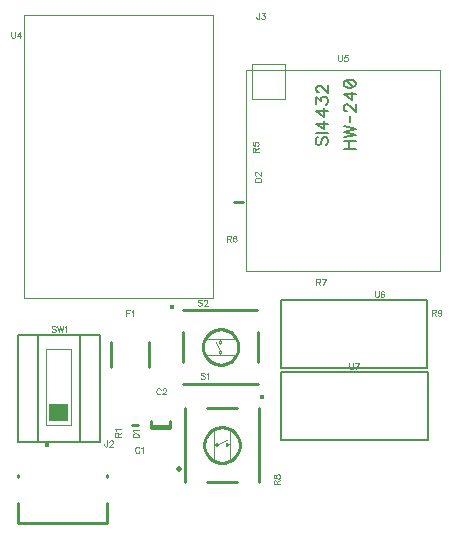
<source format=gto>
G04 DipTrace 3.0.0.1*
G04 ESP-12E_BASE_V2.2-2.gto*
%MOMM*%
G04 #@! TF.FileFunction,Legend,Top*
G04 #@! TF.Part,Single*
%ADD10C,0.25*%
%ADD17O,0.50012X0.5*%
%ADD33C,0.4005*%
%ADD42C,0.1*%
%ADD43O,0.40028X0.39936*%
%ADD45O,0.39936X0.40028*%
%ADD46C,0.15*%
%ADD52C,0.01*%
%ADD56C,0.2*%
%ADD124C,0.07843*%
%ADD125C,0.15686*%
%FSLAX35Y35*%
G04*
G71*
G90*
G75*
G01*
G04 TopSilk*
%LPD*%
D17*
X2518794Y1326800D3*
X2444720Y1686800D2*
D10*
X2284880D1*
X2444720Y1667880D2*
X2284880D1*
X2444720D2*
Y1727720D1*
X2284880Y1667880D2*
Y1727720D1*
X2170790Y1695893D2*
X2120810D1*
X3062800Y3580800D2*
X2982800D1*
X2261784Y2186800D2*
Y2396800D1*
X1941816Y2186800D2*
Y2396800D1*
D33*
X1401795Y1528274D3*
X1151820Y1275280D2*
D10*
Y1251276D1*
Y1033268D2*
Y868300D1*
X1911780D1*
Y1033268D1*
Y1275280D2*
Y1251276D1*
X2732770Y1525800D2*
X2733135Y1536260D1*
X2734230Y1546669D1*
X2736048Y1556977D1*
X2738581Y1567132D1*
X2741817Y1577087D1*
X2745740Y1586791D1*
X2750330Y1596198D1*
X2755566Y1605262D1*
X2761421Y1613940D1*
X2767868Y1622187D1*
X2774874Y1629965D1*
X2782407Y1637236D1*
X2790428Y1643964D1*
X2798899Y1650116D1*
X2807779Y1655662D1*
X2817025Y1660576D1*
X2826591Y1664833D1*
X2836430Y1668413D1*
X2846496Y1671298D1*
X2856738Y1673474D1*
X2867108Y1674931D1*
X2877553Y1675661D1*
X2888024D1*
X2898470Y1674931D1*
X2908839Y1673474D1*
X2919082Y1671298D1*
X2929147Y1668413D1*
X2938987Y1664833D1*
X2948553Y1660576D1*
X2957798Y1655662D1*
X2966678Y1650116D1*
X2975150Y1643964D1*
X2983171Y1637236D1*
X2990703Y1629965D1*
X2997710Y1622187D1*
X3004156Y1613940D1*
X3010012Y1605262D1*
X3015247Y1596198D1*
X3019838Y1586791D1*
X3023760Y1577087D1*
X3026996Y1567132D1*
X3029529Y1556977D1*
X3031348Y1546669D1*
X3032442Y1536260D1*
X3032807Y1525800D1*
X3032442Y1515340D1*
X3031348Y1504931D1*
X3029529Y1494623D1*
X3026996Y1484468D1*
X3023760Y1474513D1*
X3019838Y1464809D1*
X3015247Y1455402D1*
X3010012Y1446338D1*
X3004156Y1437660D1*
X2997710Y1429413D1*
X2990703Y1421635D1*
X2983171Y1414364D1*
X2975150Y1407636D1*
X2966678Y1401484D1*
X2957798Y1395938D1*
X2948553Y1391024D1*
X2938987Y1386767D1*
X2929147Y1383187D1*
X2919082Y1380302D1*
X2908839Y1378126D1*
X2898470Y1376669D1*
X2888024Y1375939D1*
X2877553D1*
X2867108Y1376669D1*
X2856738Y1378126D1*
X2846496Y1380302D1*
X2836430Y1383187D1*
X2826591Y1386767D1*
X2817025Y1391024D1*
X2807779Y1395938D1*
X2798899Y1401484D1*
X2790428Y1407636D1*
X2782407Y1414364D1*
X2774874Y1421635D1*
X2767868Y1429413D1*
X2761421Y1437660D1*
X2755566Y1446338D1*
X2750330Y1455402D1*
X2745740Y1464809D1*
X2741817Y1474513D1*
X2738581Y1484468D1*
X2736048Y1494623D1*
X2734230Y1504931D1*
X2733135Y1515340D1*
X2732770Y1525800D1*
X3197778Y1840776D2*
Y1215816D1*
X3012760Y1210824D2*
X2752817D1*
X2567800D2*
Y1840776D1*
X2752817D2*
X3012760D1*
X2812758Y1650792D2*
D42*
Y1410792D1*
X2952888Y1650792D2*
Y1410792D1*
X2812758Y1530792D2*
X2827810D1*
X2952888D2*
X2937767D1*
X2827810D2*
X2827834Y1531488D1*
X2827908Y1532182D1*
X2828029Y1532868D1*
X2828198Y1533544D1*
X2828415Y1534207D1*
X2828677Y1534853D1*
X2828983Y1535479D1*
X2829333Y1536083D1*
X2829724Y1536660D1*
X2830155Y1537210D1*
X2830623Y1537727D1*
X2831127Y1538212D1*
X2831663Y1538659D1*
X2832229Y1539069D1*
X2832822Y1539438D1*
X2833440Y1539766D1*
X2834079Y1540049D1*
X2834736Y1540287D1*
X2835409Y1540479D1*
X2836093Y1540624D1*
X2836786Y1540721D1*
X2837484Y1540770D1*
X2838184D1*
X2838882Y1540721D1*
X2839574Y1540624D1*
X2840259Y1540479D1*
X2840931Y1540287D1*
X2841589Y1540049D1*
X2842228Y1539766D1*
X2842846Y1539438D1*
X2843439Y1539069D1*
X2844005Y1538659D1*
X2844541Y1538212D1*
X2845044Y1537727D1*
X2845512Y1537210D1*
X2845943Y1536660D1*
X2846334Y1536083D1*
X2846684Y1535479D1*
X2846991Y1534853D1*
X2847253Y1534207D1*
X2847469Y1533544D1*
X2847638Y1532868D1*
X2847760Y1532182D1*
X2847833Y1531488D1*
X2847858Y1530792D1*
X2847833Y1530096D1*
X2847760Y1529402D1*
X2847638Y1528716D1*
X2847469Y1528040D1*
X2847253Y1527377D1*
X2846991Y1526731D1*
X2846684Y1526105D1*
X2846334Y1525501D1*
X2845943Y1524924D1*
X2845512Y1524374D1*
X2845044Y1523857D1*
X2844541Y1523372D1*
X2844005Y1522925D1*
X2843439Y1522515D1*
X2842846Y1522146D1*
X2842228Y1521818D1*
X2841589Y1521535D1*
X2840931Y1521297D1*
X2840259Y1521105D1*
X2839574Y1520960D1*
X2838882Y1520863D1*
X2838184Y1520814D1*
X2837484D1*
X2836786Y1520863D1*
X2836093Y1520960D1*
X2835409Y1521105D1*
X2834736Y1521297D1*
X2834079Y1521535D1*
X2833440Y1521818D1*
X2832822Y1522146D1*
X2832229Y1522515D1*
X2831663Y1522925D1*
X2831127Y1523372D1*
X2830623Y1523857D1*
X2830155Y1524374D1*
X2829724Y1524924D1*
X2829333Y1525501D1*
X2828983Y1526105D1*
X2828677Y1526731D1*
X2828415Y1527377D1*
X2828198Y1528040D1*
X2828029Y1528716D1*
X2827908Y1529402D1*
X2827834Y1530096D1*
X2827810Y1530792D1*
X2912725D2*
X2912749Y1531488D1*
X2912823Y1532182D1*
X2912945Y1532868D1*
X2913115Y1533544D1*
X2913332Y1534207D1*
X2913595Y1534853D1*
X2913902Y1535479D1*
X2914253Y1536083D1*
X2914646Y1536660D1*
X2915078Y1537210D1*
X2915548Y1537727D1*
X2916053Y1538212D1*
X2916590Y1538659D1*
X2917158Y1539069D1*
X2917754Y1539438D1*
X2918374Y1539766D1*
X2919015Y1540049D1*
X2919675Y1540287D1*
X2920349Y1540479D1*
X2921036Y1540624D1*
X2921731Y1540721D1*
X2922431Y1540770D1*
X2923134D1*
X2923834Y1540721D1*
X2924529Y1540624D1*
X2925216Y1540479D1*
X2925890Y1540287D1*
X2926550Y1540049D1*
X2927191Y1539766D1*
X2927811Y1539438D1*
X2928407Y1539069D1*
X2928975Y1538659D1*
X2929512Y1538212D1*
X2930017Y1537727D1*
X2930487Y1537210D1*
X2930919Y1536660D1*
X2931312Y1536083D1*
X2931663Y1535479D1*
X2931970Y1534853D1*
X2932233Y1534207D1*
X2932450Y1533544D1*
X2932620Y1532868D1*
X2932742Y1532182D1*
X2932816Y1531488D1*
X2932840Y1530792D1*
X2932816Y1530096D1*
X2932742Y1529402D1*
X2932620Y1528716D1*
X2932450Y1528040D1*
X2932233Y1527377D1*
X2931970Y1526731D1*
X2931663Y1526105D1*
X2931312Y1525501D1*
X2930919Y1524924D1*
X2930487Y1524374D1*
X2930017Y1523857D1*
X2929512Y1523372D1*
X2928975Y1522925D1*
X2928407Y1522515D1*
X2927811Y1522146D1*
X2927191Y1521818D1*
X2926550Y1521535D1*
X2925890Y1521297D1*
X2925216Y1521105D1*
X2924529Y1520960D1*
X2923834Y1520863D1*
X2923134Y1520814D1*
X2922431D1*
X2921731Y1520863D1*
X2921036Y1520960D1*
X2920349Y1521105D1*
X2919675Y1521297D1*
X2919015Y1521535D1*
X2918374Y1521818D1*
X2917754Y1522146D1*
X2917158Y1522515D1*
X2916590Y1522925D1*
X2916053Y1523372D1*
X2915548Y1523857D1*
X2915078Y1524374D1*
X2914646Y1524924D1*
X2914253Y1525501D1*
X2913902Y1526105D1*
X2913595Y1526731D1*
X2913332Y1527377D1*
X2913115Y1528040D1*
X2912945Y1528716D1*
X2912823Y1529402D1*
X2912749Y1530096D1*
X2912725Y1530792D1*
X2847858D2*
X2927777Y1565832D1*
D43*
X3222786Y1935816D3*
X2721848Y2355789D2*
D10*
X2722213Y2366254D1*
X2723307Y2376667D1*
X2725125Y2386979D1*
X2727657Y2397140D1*
X2730891Y2407098D1*
X2734812Y2416807D1*
X2739400Y2426218D1*
X2744633Y2435287D1*
X2750486Y2443968D1*
X2756930Y2452219D1*
X2763934Y2460001D1*
X2771463Y2467274D1*
X2779480Y2474005D1*
X2787948Y2480160D1*
X2796824Y2485709D1*
X2806065Y2490625D1*
X2815627Y2494884D1*
X2825462Y2498465D1*
X2835523Y2501351D1*
X2845761Y2503528D1*
X2856126Y2504986D1*
X2866567Y2505716D1*
X2877033D1*
X2887474Y2504986D1*
X2897839Y2503528D1*
X2908077Y2501351D1*
X2918138Y2498465D1*
X2927973Y2494884D1*
X2937535Y2490625D1*
X2946776Y2485709D1*
X2955652Y2480160D1*
X2964120Y2474005D1*
X2972137Y2467274D1*
X2979666Y2460001D1*
X2986670Y2452219D1*
X2993114Y2443968D1*
X2998967Y2435287D1*
X3004200Y2426218D1*
X3008788Y2416807D1*
X3012709Y2407098D1*
X3015943Y2397140D1*
X3018475Y2386979D1*
X3020293Y2376667D1*
X3021387Y2366254D1*
X3021752Y2355789D1*
X3021387Y2345324D1*
X3020293Y2334910D1*
X3018475Y2324598D1*
X3015943Y2314438D1*
X3012709Y2304479D1*
X3008788Y2294771D1*
X3004200Y2285359D1*
X2998967Y2276291D1*
X2993114Y2267610D1*
X2986670Y2259359D1*
X2979666Y2251577D1*
X2972137Y2244303D1*
X2964120Y2237572D1*
X2955652Y2231418D1*
X2946776Y2225869D1*
X2937535Y2220953D1*
X2927973Y2216694D1*
X2918138Y2213112D1*
X2908077Y2210226D1*
X2897839Y2208049D1*
X2887474Y2206592D1*
X2877033Y2205861D1*
X2866567D1*
X2856126Y2206592D1*
X2845761Y2208049D1*
X2835523Y2210226D1*
X2825462Y2213112D1*
X2815627Y2216694D1*
X2806065Y2220953D1*
X2796824Y2225869D1*
X2787948Y2231418D1*
X2779480Y2237572D1*
X2771463Y2244303D1*
X2763934Y2251577D1*
X2756930Y2259359D1*
X2750486Y2267610D1*
X2744633Y2276291D1*
X2739400Y2285359D1*
X2734812Y2294771D1*
X2730891Y2304479D1*
X2727657Y2314438D1*
X2725125Y2324598D1*
X2723307Y2334910D1*
X2722213Y2345324D1*
X2721848Y2355789D1*
X2556824Y2670778D2*
X3181784D1*
X3186776Y2485760D2*
Y2225817D1*
Y2040800D2*
X2556824D1*
Y2225817D2*
Y2485760D1*
X2746808Y2285758D2*
D42*
X2986808D1*
X2746808Y2425888D2*
X2986808D1*
X2866808Y2285758D2*
Y2300810D1*
Y2425888D2*
Y2410767D1*
X2856824Y2310834D2*
X2856848Y2311533D1*
X2856921Y2312229D1*
X2857042Y2312918D1*
X2857211Y2313597D1*
X2857426Y2314262D1*
X2857687Y2314911D1*
X2857993Y2315540D1*
X2858341Y2316146D1*
X2858731Y2316726D1*
X2859160Y2317277D1*
X2859626Y2317797D1*
X2860127Y2318283D1*
X2860661Y2318733D1*
X2861225Y2319144D1*
X2861816Y2319515D1*
X2862431Y2319843D1*
X2863068Y2320128D1*
X2863723Y2320367D1*
X2864393Y2320560D1*
X2865074Y2320705D1*
X2865764Y2320803D1*
X2866460Y2320851D1*
X2867156D1*
X2867852Y2320803D1*
X2868542Y2320705D1*
X2869223Y2320560D1*
X2869893Y2320367D1*
X2870548Y2320128D1*
X2871185Y2319843D1*
X2871800Y2319515D1*
X2872391Y2319144D1*
X2872955Y2318733D1*
X2873489Y2318283D1*
X2873990Y2317797D1*
X2874456Y2317277D1*
X2874885Y2316726D1*
X2875275Y2316146D1*
X2875623Y2315540D1*
X2875929Y2314911D1*
X2876190Y2314262D1*
X2876405Y2313597D1*
X2876574Y2312918D1*
X2876695Y2312229D1*
X2876768Y2311533D1*
X2876792Y2310834D1*
X2876768Y2310135D1*
X2876695Y2309439D1*
X2876574Y2308750D1*
X2876405Y2308071D1*
X2876190Y2307405D1*
X2875929Y2306757D1*
X2875623Y2306128D1*
X2875275Y2305522D1*
X2874885Y2304942D1*
X2874456Y2304391D1*
X2873990Y2303871D1*
X2873489Y2303385D1*
X2872955Y2302935D1*
X2872391Y2302524D1*
X2871800Y2302153D1*
X2871185Y2301824D1*
X2870548Y2301540D1*
X2869893Y2301301D1*
X2869223Y2301108D1*
X2868542Y2300962D1*
X2867852Y2300865D1*
X2867156Y2300816D1*
X2866460D1*
X2865764Y2300865D1*
X2865074Y2300962D1*
X2864393Y2301108D1*
X2863723Y2301301D1*
X2863068Y2301540D1*
X2862431Y2301824D1*
X2861816Y2302153D1*
X2861225Y2302524D1*
X2860661Y2302935D1*
X2860127Y2303385D1*
X2859626Y2303871D1*
X2859160Y2304391D1*
X2858731Y2304942D1*
X2858341Y2305522D1*
X2857993Y2306128D1*
X2857687Y2306757D1*
X2857426Y2307405D1*
X2857211Y2308071D1*
X2857042Y2308750D1*
X2856921Y2309439D1*
X2856848Y2310135D1*
X2856824Y2310834D1*
Y2395782D2*
X2856848Y2396484D1*
X2856921Y2397182D1*
X2857042Y2397874D1*
X2857211Y2398555D1*
X2857426Y2399222D1*
X2857687Y2399873D1*
X2857993Y2400504D1*
X2858341Y2401112D1*
X2858731Y2401694D1*
X2859160Y2402247D1*
X2859626Y2402769D1*
X2860127Y2403257D1*
X2860661Y2403708D1*
X2861225Y2404121D1*
X2861816Y2404493D1*
X2862431Y2404822D1*
X2863068Y2405108D1*
X2863723Y2405348D1*
X2864393Y2405541D1*
X2865074Y2405687D1*
X2865764Y2405785D1*
X2866460Y2405834D1*
X2867156D1*
X2867852Y2405785D1*
X2868542Y2405687D1*
X2869223Y2405541D1*
X2869893Y2405348D1*
X2870548Y2405108D1*
X2871185Y2404822D1*
X2871800Y2404493D1*
X2872391Y2404121D1*
X2872955Y2403708D1*
X2873489Y2403257D1*
X2873990Y2402769D1*
X2874456Y2402247D1*
X2874885Y2401694D1*
X2875275Y2401112D1*
X2875623Y2400504D1*
X2875929Y2399873D1*
X2876190Y2399222D1*
X2876405Y2398555D1*
X2876574Y2397874D1*
X2876695Y2397182D1*
X2876768Y2396484D1*
X2876792Y2395782D1*
X2876768Y2395081D1*
X2876695Y2394383D1*
X2876574Y2393691D1*
X2876405Y2393010D1*
X2876190Y2392343D1*
X2875929Y2391692D1*
X2875623Y2391061D1*
X2875275Y2390453D1*
X2874885Y2389871D1*
X2874456Y2389318D1*
X2873990Y2388796D1*
X2873489Y2388308D1*
X2872955Y2387857D1*
X2872391Y2387444D1*
X2871800Y2387072D1*
X2871185Y2386743D1*
X2870548Y2386457D1*
X2869893Y2386217D1*
X2869223Y2386024D1*
X2868542Y2385878D1*
X2867852Y2385780D1*
X2867156Y2385731D1*
X2866460D1*
X2865764Y2385780D1*
X2865074Y2385878D1*
X2864393Y2386024D1*
X2863723Y2386217D1*
X2863068Y2386457D1*
X2862431Y2386743D1*
X2861816Y2387072D1*
X2861225Y2387444D1*
X2860661Y2387857D1*
X2860127Y2388308D1*
X2859626Y2388796D1*
X2859160Y2389318D1*
X2858731Y2389871D1*
X2858341Y2390453D1*
X2857993Y2391061D1*
X2857687Y2391692D1*
X2857426Y2392343D1*
X2857211Y2393010D1*
X2857042Y2393691D1*
X2856921Y2394383D1*
X2856848Y2395081D1*
X2856824Y2395782D1*
X2866808Y2320858D2*
X2831768Y2400777D1*
D45*
X2461784Y2695786D3*
X1848264Y1551800D2*
D46*
X1158336D1*
Y2456804D1*
X1848264D1*
Y1551800D1*
X1680304Y1554796D2*
X1325308D1*
Y2459800D1*
X1680304D1*
Y1554796D1*
X1607268Y1695809D2*
D42*
X1391276D1*
Y2340761D1*
X1607268D1*
Y1695809D1*
G36*
X1578312Y1730767D2*
X1417268D1*
Y1870780D1*
X1578312D1*
Y1730767D1*
G37*
X1210880Y5169800D2*
D52*
X2810720D1*
Y2769824D1*
X1210880D1*
Y5169800D1*
X3084800Y3000781D2*
D42*
X4732800D1*
Y4700851D1*
X3084800D1*
Y3000781D1*
X3136877Y4459770D2*
X3414730D1*
Y4752800D1*
X3136877D1*
Y4459770D1*
X4621300Y2174810D2*
D56*
X3381300D1*
Y2749810D1*
X4621300D1*
Y2174810D1*
X4623300Y1568810D2*
X3383300D1*
Y2143810D1*
X4623300D1*
Y1568810D1*
X2183586Y1498565D2*
D124*
X2181171Y1503395D1*
X2176286Y1508280D1*
X2171457Y1510695D1*
X2161742D1*
X2156857Y1508280D1*
X2152028Y1503395D1*
X2149557Y1498565D1*
X2147142Y1491265D1*
Y1479080D1*
X2149557Y1471836D1*
X2152028Y1466951D1*
X2156857Y1462122D1*
X2161742Y1459651D1*
X2171457D1*
X2176286Y1462122D1*
X2181171Y1466951D1*
X2183586Y1471836D1*
X2199272Y1500924D2*
X2204158Y1503395D1*
X2211458Y1510638D1*
Y1459651D1*
X2363164Y1993065D2*
X2360750Y1997895D1*
X2355864Y2002780D1*
X2351035Y2005195D1*
X2341320D1*
X2336435Y2002780D1*
X2331606Y1997895D1*
X2329135Y1993065D1*
X2326720Y1985765D1*
Y1973580D1*
X2329135Y1966336D1*
X2331606Y1961451D1*
X2336435Y1956622D1*
X2341320Y1954151D1*
X2351035D1*
X2355864Y1956622D1*
X2360750Y1961451D1*
X2363164Y1966336D1*
X2381321Y1993009D2*
Y1995424D1*
X2383736Y2000309D1*
X2386150Y2002724D1*
X2391036Y2005138D1*
X2400750D1*
X2405580Y2002724D1*
X2407994Y2000309D1*
X2410465Y1995424D1*
Y1990595D1*
X2407994Y1985709D1*
X2403165Y1978465D1*
X2378850Y1954151D1*
X2412880D1*
X2125405Y1589897D2*
X2176449D1*
Y1606911D1*
X2173979Y1614211D1*
X2169149Y1619096D1*
X2164264Y1621511D1*
X2157020Y1623926D1*
X2144835D1*
X2137535Y1621511D1*
X2132705Y1619096D1*
X2127820Y1614211D1*
X2125405Y1606911D1*
Y1589897D1*
X2135176Y1639612D2*
X2132706Y1644497D1*
X2125462Y1651797D1*
X2176449D1*
X3161405Y3754928D2*
X3212449D1*
Y3771942D1*
X3209979Y3779242D1*
X3205149Y3784128D1*
X3200264Y3786542D1*
X3193020Y3788957D1*
X3180835D1*
X3173535Y3786543D1*
X3168705Y3784128D1*
X3163820Y3779243D1*
X3161405Y3771943D1*
Y3754928D1*
X3173591Y3807114D2*
X3171176D1*
X3166291Y3809529D1*
X3163876Y3811943D1*
X3161462Y3816829D1*
Y3826543D1*
X3163876Y3831373D1*
X3166291Y3833787D1*
X3171176Y3836258D1*
X3176006D1*
X3180891Y3833787D1*
X3188135Y3828958D1*
X3212449Y3804643D1*
Y3838672D1*
X2103671Y2666195D2*
X2072057D1*
Y2615151D1*
Y2641880D2*
X2091486D1*
X2119358Y2656424D2*
X2124243Y2658895D1*
X2131543Y2666138D1*
Y2615151D1*
X1912100Y1564695D2*
Y1525836D1*
X1909685Y1518536D1*
X1907214Y1516122D1*
X1902385Y1513651D1*
X1897500D1*
X1892670Y1516122D1*
X1890256Y1518536D1*
X1887785Y1525836D1*
Y1530665D1*
X1930257Y1552509D2*
Y1554924D1*
X1932671Y1559809D1*
X1935086Y1562224D1*
X1939971Y1564638D1*
X1949686D1*
X1954515Y1562224D1*
X1956930Y1559809D1*
X1959400Y1554924D1*
Y1550095D1*
X1956930Y1545209D1*
X1952100Y1537965D1*
X1927786Y1513651D1*
X1961815D1*
X3197100Y5183695D2*
Y5144836D1*
X3194685Y5137536D1*
X3192214Y5135122D1*
X3187385Y5132651D1*
X3182500D1*
X3177670Y5135122D1*
X3175256Y5137536D1*
X3172785Y5144836D1*
Y5149665D1*
X3217671Y5183638D2*
X3244344D1*
X3229800Y5164209D1*
X3237100D1*
X3241930Y5161795D1*
X3244344Y5159380D1*
X3246815Y5152080D1*
Y5147251D1*
X3244344Y5139951D1*
X3239515Y5135065D1*
X3232215Y5132651D1*
X3224915D1*
X3217671Y5135065D1*
X3215257Y5137536D1*
X3212786Y5142365D1*
X2002720Y1595850D2*
Y1617694D1*
X2000249Y1624994D1*
X1997835Y1627464D1*
X1993006Y1629879D1*
X1988120D1*
X1983291Y1627464D1*
X1980820Y1624994D1*
X1978405Y1617694D1*
Y1595850D1*
X2029449D1*
X2002720Y1612864D2*
X2029449Y1629879D1*
X1988176Y1645565D2*
X1985706Y1650451D1*
X1978462Y1657751D1*
X2029449Y1657750D1*
X3165720Y4009928D2*
Y4031772D1*
X3163249Y4039072D1*
X3160835Y4041542D1*
X3156006Y4043957D1*
X3151120D1*
X3146291Y4041543D1*
X3143820Y4039072D1*
X3141405Y4031772D1*
Y4009928D1*
X3192449D1*
X3165720Y4026943D2*
X3192449Y4043957D1*
X3141462Y4088787D2*
Y4064529D1*
X3163306Y4062114D1*
X3160891Y4064529D1*
X3158420Y4071829D1*
Y4079072D1*
X3160891Y4086372D1*
X3165720Y4091258D1*
X3173020Y4093672D1*
X3177849D1*
X3185149Y4091258D1*
X3190035Y4086372D1*
X3192449Y4079072D1*
Y4071829D1*
X3190035Y4064529D1*
X3187564Y4062114D1*
X3182735Y4059643D1*
X2926163Y3273880D2*
X2948007D1*
X2955307Y3276351D1*
X2957778Y3278765D1*
X2960192Y3283595D1*
Y3288480D1*
X2957778Y3293309D1*
X2955307Y3295780D1*
X2948007Y3298195D1*
X2926163D1*
Y3247151D1*
X2943178Y3273880D2*
X2960192Y3247151D1*
X3005022Y3290895D2*
X3002608Y3295724D1*
X2995308Y3298138D1*
X2990479D1*
X2983179Y3295724D1*
X2978293Y3288424D1*
X2975879Y3276295D1*
Y3264165D1*
X2978293Y3254451D1*
X2983179Y3249565D1*
X2990479Y3247151D1*
X2992893D1*
X3000137Y3249565D1*
X3005022Y3254451D1*
X3007437Y3261751D1*
Y3264165D1*
X3005022Y3271465D1*
X3000137Y3276295D1*
X2992893Y3278709D1*
X2990479D1*
X2983179Y3276295D1*
X2978293Y3271465D1*
X2975879Y3264165D1*
X3680928Y2906880D2*
X3702771D1*
X3710071Y2909351D1*
X3712542Y2911765D1*
X3714957Y2916595D1*
Y2921480D1*
X3712542Y2926309D1*
X3710071Y2928780D1*
X3702771Y2931195D1*
X3680928D1*
Y2880151D1*
X3697942Y2906880D2*
X3714957Y2880151D1*
X3740358D2*
X3764672Y2931138D1*
X3730643D1*
X3345720Y1192956D2*
Y1214800D1*
X3343249Y1222100D1*
X3340835Y1224571D1*
X3336006Y1226985D1*
X3331120D1*
X3326291Y1224571D1*
X3323820Y1222100D1*
X3321405Y1214800D1*
Y1192956D1*
X3372449D1*
X3345720Y1209971D2*
X3372449Y1226985D1*
X3321462Y1254801D2*
X3323876Y1247557D1*
X3328706Y1245086D1*
X3333591D1*
X3338420Y1247557D1*
X3340891Y1252386D1*
X3343306Y1262101D1*
X3345720Y1269401D1*
X3350605Y1274230D1*
X3355435Y1276644D1*
X3362735D1*
X3367564Y1274230D1*
X3370035Y1271815D1*
X3372449Y1264515D1*
Y1254800D1*
X3370035Y1247557D1*
X3367564Y1245086D1*
X3362735Y1242671D1*
X3355435D1*
X3350606Y1245086D1*
X3345720Y1249971D1*
X3343306Y1257215D1*
X3340891Y1266930D1*
X3338420Y1271815D1*
X3333591Y1274230D1*
X3328706D1*
X3323876Y1271815D1*
X3321462Y1264515D1*
Y1254801D1*
X4660135Y2647880D2*
X4681979D1*
X4689279Y2650351D1*
X4691750Y2652765D1*
X4694164Y2657595D1*
Y2662480D1*
X4691750Y2667309D1*
X4689279Y2669780D1*
X4681979Y2672195D1*
X4660135D1*
Y2621151D1*
X4677150Y2647880D2*
X4694164Y2621151D1*
X4741465Y2655180D2*
X4738994Y2647880D1*
X4734165Y2642995D1*
X4726865Y2640580D1*
X4724450D1*
X4717150Y2642995D1*
X4712321Y2647880D1*
X4709850Y2655180D1*
Y2657595D1*
X4712321Y2664895D1*
X4717150Y2669724D1*
X4724450Y2672138D1*
X4726865D1*
X4734165Y2669724D1*
X4738994Y2664895D1*
X4741465Y2655180D1*
Y2642995D1*
X4738994Y2630865D1*
X4734165Y2623565D1*
X4726865Y2621151D1*
X4722036D1*
X4714736Y2623565D1*
X4712321Y2628451D1*
X2737379Y2129895D2*
X2732550Y2134780D1*
X2725250Y2137195D1*
X2715535D1*
X2708235Y2134780D1*
X2703350Y2129895D1*
Y2125065D1*
X2705820Y2120180D1*
X2708235Y2117765D1*
X2713064Y2115351D1*
X2727664Y2110465D1*
X2732550Y2108051D1*
X2734964Y2105580D1*
X2737379Y2100751D1*
Y2093451D1*
X2732550Y2088622D1*
X2725250Y2086151D1*
X2715535D1*
X2708235Y2088622D1*
X2703350Y2093451D1*
X2753065Y2127424D2*
X2757950Y2129895D1*
X2765250Y2137138D1*
Y2086151D1*
X2712957Y2750895D2*
X2708128Y2755780D1*
X2700828Y2758195D1*
X2691113D1*
X2683813Y2755780D1*
X2678928Y2750895D1*
Y2746065D1*
X2681398Y2741180D1*
X2683813Y2738765D1*
X2688642Y2736351D1*
X2703242Y2731465D1*
X2708128Y2729051D1*
X2710542Y2726580D1*
X2712957Y2721751D1*
Y2714451D1*
X2708128Y2709622D1*
X2700828Y2707151D1*
X2691113D1*
X2683813Y2709622D1*
X2678928Y2714451D1*
X2731114Y2746009D2*
Y2748424D1*
X2733529Y2753309D1*
X2735943Y2755724D1*
X2740829Y2758138D1*
X2750543D1*
X2755372Y2755724D1*
X2757787Y2753309D1*
X2760258Y2748424D1*
Y2743595D1*
X2757787Y2738709D1*
X2752958Y2731465D1*
X2728643Y2707151D1*
X2762672D1*
X1474221Y2526895D2*
X1469392Y2531780D1*
X1462092Y2534195D1*
X1452377D1*
X1445077Y2531780D1*
X1440192Y2526895D1*
Y2522065D1*
X1442663Y2517180D1*
X1445077Y2514765D1*
X1449906Y2512351D1*
X1464506Y2507465D1*
X1469392Y2505051D1*
X1471806Y2502580D1*
X1474221Y2497751D1*
Y2490451D1*
X1469392Y2485622D1*
X1462092Y2483151D1*
X1452377D1*
X1445077Y2485622D1*
X1440192Y2490451D1*
X1489907Y2534195D2*
X1502093Y2483151D1*
X1514222Y2534195D1*
X1526351Y2483151D1*
X1538537Y2534195D1*
X1554223Y2524424D2*
X1559108Y2526895D1*
X1566408Y2534138D1*
Y2483151D1*
X1098720Y5024195D2*
Y4987751D1*
X1101135Y4980451D1*
X1106020Y4975622D1*
X1113320Y4973151D1*
X1118150D1*
X1125450Y4975622D1*
X1130335Y4980451D1*
X1132750Y4987751D1*
Y5024195D1*
X1172750Y4973151D2*
Y5024138D1*
X1148436Y4990165D1*
X1184880D1*
X3866928Y4827195D2*
Y4790751D1*
X3869342Y4783451D1*
X3874228Y4778622D1*
X3881528Y4776151D1*
X3886357D1*
X3893657Y4778622D1*
X3898542Y4783451D1*
X3900957Y4790751D1*
Y4827195D1*
X3945787Y4827138D2*
X3921529D1*
X3919114Y4805295D1*
X3921529Y4807709D1*
X3928829Y4810180D1*
X3936072D1*
X3943372Y4807709D1*
X3948258Y4802880D1*
X3950672Y4795580D1*
Y4790751D1*
X3948258Y4783451D1*
X3943372Y4778565D1*
X3936072Y4776151D1*
X3928829D1*
X3921529Y4778565D1*
X3919114Y4781036D1*
X3916643Y4785865D1*
X4175663Y2828205D2*
Y2791761D1*
X4178078Y2784461D1*
X4182963Y2779632D1*
X4190263Y2777161D1*
X4195092D1*
X4202392Y2779632D1*
X4207278Y2784461D1*
X4209692Y2791761D1*
Y2828205D1*
X4254522Y2820905D2*
X4252108Y2825734D1*
X4244808Y2828148D1*
X4239979D1*
X4232679Y2825734D1*
X4227793Y2818434D1*
X4225379Y2806305D1*
Y2794175D1*
X4227793Y2784461D1*
X4232679Y2779575D1*
X4239979Y2777161D1*
X4242393D1*
X4249637Y2779575D1*
X4254522Y2784461D1*
X4256937Y2791761D1*
Y2794175D1*
X4254522Y2801475D1*
X4249637Y2806305D1*
X4242393Y2808719D1*
X4239979D1*
X4232679Y2806305D1*
X4227793Y2801475D1*
X4225379Y2794175D1*
X3961428Y2218205D2*
Y2181761D1*
X3963842Y2174461D1*
X3968728Y2169632D1*
X3976028Y2167161D1*
X3980857D1*
X3988157Y2169632D1*
X3993042Y2174461D1*
X3995457Y2181761D1*
Y2218205D1*
X4020858Y2167161D2*
X4045172Y2218148D1*
X4011143D1*
X3692862Y4135748D2*
D125*
X3683091Y4126090D1*
X3678262Y4111490D1*
Y4092061D1*
X3683091Y4077461D1*
X3692862Y4067690D1*
X3702520D1*
X3712291Y4072632D1*
X3717120Y4077461D1*
X3721949Y4087119D1*
X3731720Y4116319D1*
X3736550Y4126090D1*
X3741491Y4130919D1*
X3751150Y4135748D1*
X3765750D1*
X3775408Y4126090D1*
X3780350Y4111490D1*
Y4092061D1*
X3775408Y4077461D1*
X3765749Y4067690D1*
X3678262Y4167121D2*
X3780349D1*
Y4247122D2*
X3678374Y4247123D1*
X3746320Y4198493D1*
Y4271381D1*
X3780349Y4351383D2*
X3678374D1*
X3746320Y4302753D1*
Y4375641D1*
X3678374Y4416784D2*
Y4470131D1*
X3717233Y4441043D1*
Y4455643D1*
X3722062Y4465301D1*
X3726891Y4470131D1*
X3741491Y4475072D1*
X3751149D1*
X3765749Y4470131D1*
X3775520Y4460472D1*
X3780349Y4445872D1*
Y4431272D1*
X3775520Y4416784D1*
X3770579Y4411955D1*
X3760920Y4407014D1*
X3702633Y4511386D2*
X3697803D1*
X3688033Y4516215D1*
X3683203Y4521045D1*
X3678374Y4530815D1*
Y4550245D1*
X3683203Y4559903D1*
X3688033Y4564732D1*
X3697803Y4569674D1*
X3707462D1*
X3717232Y4564732D1*
X3731720Y4555074D1*
X3780349Y4506445D1*
Y4574503D1*
X3913266Y4030533D2*
X4015354D1*
X3913267Y4098591D2*
X4015354D1*
X3961896Y4030533D2*
Y4098591D1*
X3913267Y4129964D2*
X4015354Y4154334D1*
X3913267Y4178593D1*
X4015354Y4202851D1*
X3913267Y4227222D1*
X3964367Y4258595D2*
Y4314748D1*
X3937637Y4351063D2*
X3932808D1*
X3923037Y4355892D1*
X3918208Y4360721D1*
X3913379Y4370492D1*
Y4389921D1*
X3918208Y4399579D1*
X3923037Y4404409D1*
X3932808Y4409350D1*
X3942467D1*
X3952237Y4404409D1*
X3966725Y4394750D1*
X4015354Y4346121D1*
Y4414179D1*
Y4494181D2*
X3913379D1*
X3981325Y4445552D1*
Y4518440D1*
X3913379Y4579012D2*
X3918208Y4564412D1*
X3932808Y4554641D1*
X3957067Y4549812D1*
X3971667D1*
X3995925Y4554641D1*
X4010525Y4564412D1*
X4015354Y4579012D1*
Y4588671D1*
X4010525Y4603271D1*
X3995925Y4612929D1*
X3971667Y4617871D1*
X3957067D1*
X3932808Y4612929D1*
X3918208Y4603271D1*
X3913379Y4588671D1*
Y4579012D1*
X3932808Y4612929D2*
X3995925Y4554641D1*
M02*

</source>
